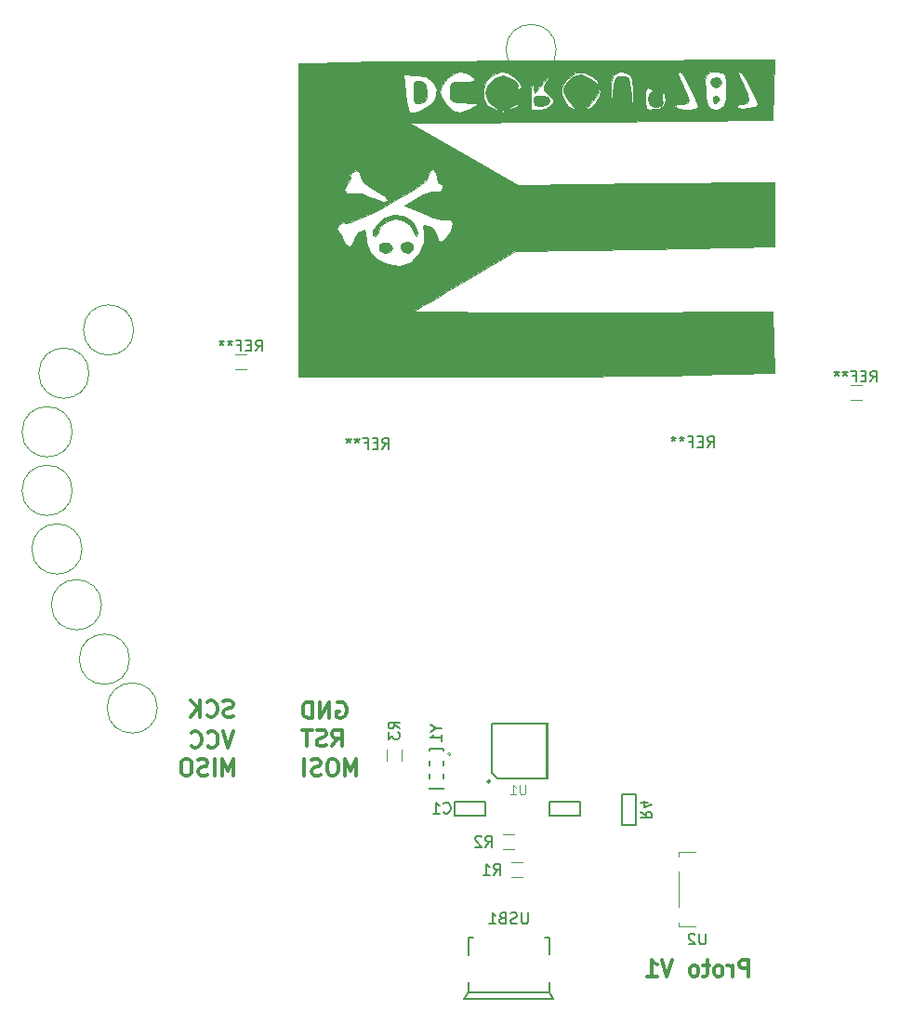
<source format=gbr>
G04 #@! TF.GenerationSoftware,KiCad,Pcbnew,(5.0.2)-1*
G04 #@! TF.CreationDate,2019-02-25T22:43:21-04:00*
G04 #@! TF.ProjectId,MegaBadge,4d656761-4261-4646-9765-2e6b69636164,rev?*
G04 #@! TF.SameCoordinates,Original*
G04 #@! TF.FileFunction,Legend,Bot*
G04 #@! TF.FilePolarity,Positive*
%FSLAX46Y46*%
G04 Gerber Fmt 4.6, Leading zero omitted, Abs format (unit mm)*
G04 Created by KiCad (PCBNEW (5.0.2)-1) date 2/25/2019 10:43:21 PM*
%MOMM*%
%LPD*%
G01*
G04 APERTURE LIST*
%ADD10C,0.300000*%
%ADD11C,0.120000*%
%ADD12C,0.127000*%
%ADD13C,0.066040*%
%ADD14C,0.063500*%
%ADD15C,0.203200*%
%ADD16C,0.010000*%
%ADD17C,0.150000*%
%ADD18C,0.101600*%
G04 APERTURE END LIST*
D10*
X230123428Y-123233571D02*
X230123428Y-121733571D01*
X229552000Y-121733571D01*
X229409142Y-121805000D01*
X229337714Y-121876428D01*
X229266285Y-122019285D01*
X229266285Y-122233571D01*
X229337714Y-122376428D01*
X229409142Y-122447857D01*
X229552000Y-122519285D01*
X230123428Y-122519285D01*
X228623428Y-123233571D02*
X228623428Y-122233571D01*
X228623428Y-122519285D02*
X228552000Y-122376428D01*
X228480571Y-122305000D01*
X228337714Y-122233571D01*
X228194857Y-122233571D01*
X227480571Y-123233571D02*
X227623428Y-123162142D01*
X227694857Y-123090714D01*
X227766285Y-122947857D01*
X227766285Y-122519285D01*
X227694857Y-122376428D01*
X227623428Y-122305000D01*
X227480571Y-122233571D01*
X227266285Y-122233571D01*
X227123428Y-122305000D01*
X227052000Y-122376428D01*
X226980571Y-122519285D01*
X226980571Y-122947857D01*
X227052000Y-123090714D01*
X227123428Y-123162142D01*
X227266285Y-123233571D01*
X227480571Y-123233571D01*
X226552000Y-122233571D02*
X225980571Y-122233571D01*
X226337714Y-121733571D02*
X226337714Y-123019285D01*
X226266285Y-123162142D01*
X226123428Y-123233571D01*
X225980571Y-123233571D01*
X225266285Y-123233571D02*
X225409142Y-123162142D01*
X225480571Y-123090714D01*
X225552000Y-122947857D01*
X225552000Y-122519285D01*
X225480571Y-122376428D01*
X225409142Y-122305000D01*
X225266285Y-122233571D01*
X225052000Y-122233571D01*
X224909142Y-122305000D01*
X224837714Y-122376428D01*
X224766285Y-122519285D01*
X224766285Y-122947857D01*
X224837714Y-123090714D01*
X224909142Y-123162142D01*
X225052000Y-123233571D01*
X225266285Y-123233571D01*
X223194857Y-121733571D02*
X222694857Y-123233571D01*
X222194857Y-121733571D01*
X220909142Y-123233571D02*
X221766285Y-123233571D01*
X221337714Y-123233571D02*
X221337714Y-121733571D01*
X221480571Y-121947857D01*
X221623428Y-122090714D01*
X221766285Y-122162142D01*
X183229000Y-100905571D02*
X182729000Y-102405571D01*
X182229000Y-100905571D01*
X180871857Y-102262714D02*
X180943285Y-102334142D01*
X181157571Y-102405571D01*
X181300428Y-102405571D01*
X181514714Y-102334142D01*
X181657571Y-102191285D01*
X181729000Y-102048428D01*
X181800428Y-101762714D01*
X181800428Y-101548428D01*
X181729000Y-101262714D01*
X181657571Y-101119857D01*
X181514714Y-100977000D01*
X181300428Y-100905571D01*
X181157571Y-100905571D01*
X180943285Y-100977000D01*
X180871857Y-101048428D01*
X179371857Y-102262714D02*
X179443285Y-102334142D01*
X179657571Y-102405571D01*
X179800428Y-102405571D01*
X180014714Y-102334142D01*
X180157571Y-102191285D01*
X180229000Y-102048428D01*
X180300428Y-101762714D01*
X180300428Y-101548428D01*
X180229000Y-101262714D01*
X180157571Y-101119857D01*
X180014714Y-100977000D01*
X179800428Y-100905571D01*
X179657571Y-100905571D01*
X179443285Y-100977000D01*
X179371857Y-101048428D01*
X183205142Y-104945571D02*
X183205142Y-103445571D01*
X182705142Y-104517000D01*
X182205142Y-103445571D01*
X182205142Y-104945571D01*
X181490857Y-104945571D02*
X181490857Y-103445571D01*
X180848000Y-104874142D02*
X180633714Y-104945571D01*
X180276571Y-104945571D01*
X180133714Y-104874142D01*
X180062285Y-104802714D01*
X179990857Y-104659857D01*
X179990857Y-104517000D01*
X180062285Y-104374142D01*
X180133714Y-104302714D01*
X180276571Y-104231285D01*
X180562285Y-104159857D01*
X180705142Y-104088428D01*
X180776571Y-104017000D01*
X180848000Y-103874142D01*
X180848000Y-103731285D01*
X180776571Y-103588428D01*
X180705142Y-103517000D01*
X180562285Y-103445571D01*
X180205142Y-103445571D01*
X179990857Y-103517000D01*
X179062285Y-103445571D02*
X178776571Y-103445571D01*
X178633714Y-103517000D01*
X178490857Y-103659857D01*
X178419428Y-103945571D01*
X178419428Y-104445571D01*
X178490857Y-104731285D01*
X178633714Y-104874142D01*
X178776571Y-104945571D01*
X179062285Y-104945571D01*
X179205142Y-104874142D01*
X179348000Y-104731285D01*
X179419428Y-104445571D01*
X179419428Y-103945571D01*
X179348000Y-103659857D01*
X179205142Y-103517000D01*
X179062285Y-103445571D01*
X194381142Y-104945571D02*
X194381142Y-103445571D01*
X193881142Y-104517000D01*
X193381142Y-103445571D01*
X193381142Y-104945571D01*
X192381142Y-103445571D02*
X192095428Y-103445571D01*
X191952571Y-103517000D01*
X191809714Y-103659857D01*
X191738285Y-103945571D01*
X191738285Y-104445571D01*
X191809714Y-104731285D01*
X191952571Y-104874142D01*
X192095428Y-104945571D01*
X192381142Y-104945571D01*
X192524000Y-104874142D01*
X192666857Y-104731285D01*
X192738285Y-104445571D01*
X192738285Y-103945571D01*
X192666857Y-103659857D01*
X192524000Y-103517000D01*
X192381142Y-103445571D01*
X191166857Y-104874142D02*
X190952571Y-104945571D01*
X190595428Y-104945571D01*
X190452571Y-104874142D01*
X190381142Y-104802714D01*
X190309714Y-104659857D01*
X190309714Y-104517000D01*
X190381142Y-104374142D01*
X190452571Y-104302714D01*
X190595428Y-104231285D01*
X190881142Y-104159857D01*
X191024000Y-104088428D01*
X191095428Y-104017000D01*
X191166857Y-103874142D01*
X191166857Y-103731285D01*
X191095428Y-103588428D01*
X191024000Y-103517000D01*
X190881142Y-103445571D01*
X190524000Y-103445571D01*
X190309714Y-103517000D01*
X189666857Y-104945571D02*
X189666857Y-103445571D01*
X192210428Y-102278571D02*
X192710428Y-101564285D01*
X193067571Y-102278571D02*
X193067571Y-100778571D01*
X192496142Y-100778571D01*
X192353285Y-100850000D01*
X192281857Y-100921428D01*
X192210428Y-101064285D01*
X192210428Y-101278571D01*
X192281857Y-101421428D01*
X192353285Y-101492857D01*
X192496142Y-101564285D01*
X193067571Y-101564285D01*
X191639000Y-102207142D02*
X191424714Y-102278571D01*
X191067571Y-102278571D01*
X190924714Y-102207142D01*
X190853285Y-102135714D01*
X190781857Y-101992857D01*
X190781857Y-101850000D01*
X190853285Y-101707142D01*
X190924714Y-101635714D01*
X191067571Y-101564285D01*
X191353285Y-101492857D01*
X191496142Y-101421428D01*
X191567571Y-101350000D01*
X191639000Y-101207142D01*
X191639000Y-101064285D01*
X191567571Y-100921428D01*
X191496142Y-100850000D01*
X191353285Y-100778571D01*
X190996142Y-100778571D01*
X190781857Y-100850000D01*
X190353285Y-100778571D02*
X189496142Y-100778571D01*
X189924714Y-102278571D02*
X189924714Y-100778571D01*
X192658857Y-98310000D02*
X192801714Y-98238571D01*
X193016000Y-98238571D01*
X193230285Y-98310000D01*
X193373142Y-98452857D01*
X193444571Y-98595714D01*
X193516000Y-98881428D01*
X193516000Y-99095714D01*
X193444571Y-99381428D01*
X193373142Y-99524285D01*
X193230285Y-99667142D01*
X193016000Y-99738571D01*
X192873142Y-99738571D01*
X192658857Y-99667142D01*
X192587428Y-99595714D01*
X192587428Y-99095714D01*
X192873142Y-99095714D01*
X191944571Y-99738571D02*
X191944571Y-98238571D01*
X191087428Y-99738571D01*
X191087428Y-98238571D01*
X190373142Y-99738571D02*
X190373142Y-98238571D01*
X190016000Y-98238571D01*
X189801714Y-98310000D01*
X189658857Y-98452857D01*
X189587428Y-98595714D01*
X189516000Y-98881428D01*
X189516000Y-99095714D01*
X189587428Y-99381428D01*
X189658857Y-99524285D01*
X189801714Y-99667142D01*
X190016000Y-99738571D01*
X190373142Y-99738571D01*
X183157571Y-99540142D02*
X182943285Y-99611571D01*
X182586142Y-99611571D01*
X182443285Y-99540142D01*
X182371857Y-99468714D01*
X182300428Y-99325857D01*
X182300428Y-99183000D01*
X182371857Y-99040142D01*
X182443285Y-98968714D01*
X182586142Y-98897285D01*
X182871857Y-98825857D01*
X183014714Y-98754428D01*
X183086142Y-98683000D01*
X183157571Y-98540142D01*
X183157571Y-98397285D01*
X183086142Y-98254428D01*
X183014714Y-98183000D01*
X182871857Y-98111571D01*
X182514714Y-98111571D01*
X182300428Y-98183000D01*
X180800428Y-99468714D02*
X180871857Y-99540142D01*
X181086142Y-99611571D01*
X181229000Y-99611571D01*
X181443285Y-99540142D01*
X181586142Y-99397285D01*
X181657571Y-99254428D01*
X181729000Y-98968714D01*
X181729000Y-98754428D01*
X181657571Y-98468714D01*
X181586142Y-98325857D01*
X181443285Y-98183000D01*
X181229000Y-98111571D01*
X181086142Y-98111571D01*
X180871857Y-98183000D01*
X180800428Y-98254428D01*
X180157571Y-99611571D02*
X180157571Y-98111571D01*
X179300428Y-99611571D02*
X179943285Y-98754428D01*
X179300428Y-98111571D02*
X180157571Y-98968714D01*
D11*
G04 #@! TO.C,REF\002A\002A*
X184396000Y-66630000D02*
X183396000Y-66630000D01*
X183396000Y-67990000D02*
X184396000Y-67990000D01*
X176276000Y-98806000D02*
G75*
G03X176276000Y-98806000I-2286000J0D01*
G01*
X173736000Y-94361000D02*
G75*
G03X173736000Y-94361000I-2286000J0D01*
G01*
X171196000Y-89408000D02*
G75*
G03X171196000Y-89408000I-2286000J0D01*
G01*
X169418000Y-84328000D02*
G75*
G03X169418000Y-84328000I-2286000J0D01*
G01*
X168529000Y-78994000D02*
G75*
G03X168529000Y-78994000I-2286000J0D01*
G01*
X168529000Y-73660000D02*
G75*
G03X168529000Y-73660000I-2286000J0D01*
G01*
X170053000Y-68326000D02*
G75*
G03X170053000Y-68326000I-2286000J0D01*
G01*
X212598000Y-38862000D02*
G75*
G03X212598000Y-38862000I-2286000J0D01*
G01*
X174117000Y-64389000D02*
G75*
G03X174117000Y-64389000I-2286000J0D01*
G01*
D12*
G04 #@! TO.C,1uf1*
X211963000Y-108585000D02*
X214757000Y-108585000D01*
X214757000Y-108585000D02*
X214757000Y-107315000D01*
X214757000Y-107315000D02*
X211963000Y-107315000D01*
X211963000Y-107315000D02*
X211963000Y-108585000D01*
G04 #@! TO.C,C1*
X206121000Y-107315000D02*
X203327000Y-107315000D01*
X203327000Y-107315000D02*
X203327000Y-108585000D01*
X203327000Y-108585000D02*
X206121000Y-108585000D01*
X206121000Y-108585000D02*
X206121000Y-107315000D01*
D11*
G04 #@! TO.C,R1*
X208554000Y-114218000D02*
X209554000Y-114218000D01*
X209554000Y-112858000D02*
X208554000Y-112858000D01*
G04 #@! TO.C,R2*
X208780000Y-110318000D02*
X207780000Y-110318000D01*
X207780000Y-111678000D02*
X208780000Y-111678000D01*
G04 #@! TO.C,R3*
X197186000Y-102636000D02*
X197186000Y-103636000D01*
X198546000Y-103636000D02*
X198546000Y-102636000D01*
D12*
G04 #@! TO.C,U1*
X211736488Y-100217518D02*
X206737768Y-100217518D01*
X211736488Y-105216238D02*
X211736488Y-100217518D01*
X207245768Y-105216238D02*
X211736488Y-105216238D01*
X206737768Y-104708238D02*
X207245768Y-105216238D01*
X206737768Y-100217518D02*
X206737768Y-104708238D01*
D13*
X211777128Y-100176878D02*
X211777128Y-105256878D01*
X206697128Y-100176878D02*
X211777128Y-100176878D01*
D12*
X206591664Y-105486878D02*
G75*
G03X206591664Y-105486878I-134536J0D01*
G01*
G04 #@! TO.C,USB1*
X204581760Y-124686580D02*
X204231240Y-125286020D01*
X204231240Y-125286020D02*
X212328760Y-125286020D01*
X212328760Y-125286020D02*
X211978240Y-124686580D01*
X211978240Y-124686580D02*
X204581760Y-124686580D01*
X211579460Y-119687860D02*
X211978240Y-119687860D01*
X211978240Y-119687860D02*
X211978240Y-121239800D01*
X205082140Y-119687860D02*
X204581760Y-119687860D01*
X204581760Y-119687860D02*
X204581760Y-121338860D01*
X211978240Y-123736620D02*
X211978240Y-124635780D01*
X204581760Y-123736620D02*
X204581760Y-124635780D01*
D14*
G04 #@! TO.C,Y1*
X203014972Y-102994460D02*
G75*
G03X203014972Y-102994460I-140092J0D01*
G01*
D12*
X202323700Y-104792780D02*
X202323700Y-105191560D01*
X202323700Y-103596440D02*
X202323700Y-103995220D01*
X201028300Y-104792780D02*
X201028300Y-105191560D01*
X201028300Y-103596440D02*
X201028300Y-103995220D01*
D15*
X201028300Y-102544880D02*
X201028300Y-102694740D01*
X202323700Y-102544880D02*
X201028300Y-102544880D01*
X202323700Y-102694740D02*
X202323700Y-102544880D01*
X202323700Y-106192320D02*
X202323700Y-106093260D01*
X201028300Y-106192320D02*
X202323700Y-106192320D01*
X201028300Y-106093260D02*
X201028300Y-106192320D01*
D11*
G04 #@! TO.C,U2*
X223754000Y-111916000D02*
X223754000Y-112316000D01*
X225254000Y-111916000D02*
X223754000Y-111916000D01*
X223754000Y-113716000D02*
X223754000Y-116916000D01*
X223754000Y-118716000D02*
X225254000Y-118716000D01*
X223754000Y-118366000D02*
X223754000Y-118716000D01*
D16*
G04 #@! TO.C,G\002A\002A\002A*
G36*
X199532915Y-57025154D02*
X199538733Y-56626520D01*
X199200703Y-56379667D01*
X199071568Y-56367947D01*
X198577480Y-56464799D01*
X198420789Y-56581239D01*
X198411776Y-56990022D01*
X198727221Y-57313710D01*
X199162489Y-57351088D01*
X199532915Y-57025154D01*
X199532915Y-57025154D01*
G37*
X199532915Y-57025154D02*
X199538733Y-56626520D01*
X199200703Y-56379667D01*
X199071568Y-56367947D01*
X198577480Y-56464799D01*
X198420789Y-56581239D01*
X198411776Y-56990022D01*
X198727221Y-57313710D01*
X199162489Y-57351088D01*
X199532915Y-57025154D01*
G36*
X197448306Y-57267620D02*
X197667901Y-56964019D01*
X197652183Y-56835701D01*
X197321143Y-56492143D01*
X196833613Y-56432128D01*
X196510540Y-56643808D01*
X196498697Y-57076795D01*
X196601324Y-57228851D01*
X197014012Y-57385366D01*
X197448306Y-57267620D01*
X197448306Y-57267620D01*
G37*
X197448306Y-57267620D02*
X197667901Y-56964019D01*
X197652183Y-56835701D01*
X197321143Y-56492143D01*
X196833613Y-56432128D01*
X196510540Y-56643808D01*
X196498697Y-57076795D01*
X196601324Y-57228851D01*
X197014012Y-57385366D01*
X197448306Y-57267620D01*
G36*
X199990440Y-55645407D02*
X199862703Y-55185699D01*
X199518905Y-54609643D01*
X199374763Y-54429526D01*
X198707670Y-54020782D01*
X197843293Y-53948887D01*
X196985922Y-54197584D01*
X196401511Y-54666109D01*
X195938492Y-55366407D01*
X195894658Y-55753310D01*
X196114736Y-55833210D01*
X196358864Y-55619831D01*
X196382105Y-55473596D01*
X196614484Y-54937569D01*
X197181490Y-54476392D01*
X197887929Y-54237242D01*
X198032771Y-54229000D01*
X198706983Y-54419119D01*
X199291802Y-54877397D01*
X199584379Y-55435714D01*
X199590526Y-55520053D01*
X199763528Y-55815365D01*
X199849503Y-55833210D01*
X199990440Y-55645407D01*
X199990440Y-55645407D01*
G37*
X199990440Y-55645407D02*
X199862703Y-55185699D01*
X199518905Y-54609643D01*
X199374763Y-54429526D01*
X198707670Y-54020782D01*
X197843293Y-53948887D01*
X196985922Y-54197584D01*
X196401511Y-54666109D01*
X195938492Y-55366407D01*
X195894658Y-55753310D01*
X196114736Y-55833210D01*
X196358864Y-55619831D01*
X196382105Y-55473596D01*
X196614484Y-54937569D01*
X197181490Y-54476392D01*
X197887929Y-54237242D01*
X198032771Y-54229000D01*
X198706983Y-54419119D01*
X199291802Y-54877397D01*
X199584379Y-55435714D01*
X199590526Y-55520053D01*
X199763528Y-55815365D01*
X199849503Y-55833210D01*
X199990440Y-55645407D01*
G36*
X211287894Y-44019917D02*
X211852879Y-43824380D01*
X212023158Y-43534263D01*
X211783855Y-43198555D01*
X211287894Y-43048609D01*
X210748383Y-43064119D01*
X210562376Y-43354134D01*
X210552631Y-43534263D01*
X210652669Y-43941186D01*
X211054198Y-44039249D01*
X211287894Y-44019917D01*
X211287894Y-44019917D01*
G37*
X211287894Y-44019917D02*
X211852879Y-43824380D01*
X212023158Y-43534263D01*
X211783855Y-43198555D01*
X211287894Y-43048609D01*
X210748383Y-43064119D01*
X210562376Y-43354134D01*
X210552631Y-43534263D01*
X210652669Y-43941186D01*
X211054198Y-44039249D01*
X211287894Y-44019917D01*
G36*
X200192105Y-43753385D02*
X200608314Y-43593043D01*
X200774166Y-43165693D01*
X200793684Y-42732158D01*
X200728607Y-42075478D01*
X200469024Y-41780620D01*
X200192105Y-41710930D01*
X199810174Y-41714468D01*
X199636237Y-41960241D01*
X199591090Y-42582699D01*
X199590526Y-42732158D01*
X199621935Y-43430296D01*
X199768965Y-43729391D01*
X200110816Y-43763892D01*
X200192105Y-43753385D01*
X200192105Y-43753385D01*
G37*
X200192105Y-43753385D02*
X200608314Y-43593043D01*
X200774166Y-43165693D01*
X200793684Y-42732158D01*
X200728607Y-42075478D01*
X200469024Y-41780620D01*
X200192105Y-41710930D01*
X199810174Y-41714468D01*
X199636237Y-41960241D01*
X199591090Y-42582699D01*
X199590526Y-42732158D01*
X199621935Y-43430296D01*
X199768965Y-43729391D01*
X200110816Y-43763892D01*
X200192105Y-43753385D01*
G36*
X227425761Y-43474359D02*
X227436947Y-43400579D01*
X227228795Y-43087080D01*
X227149526Y-43050772D01*
X226905729Y-43179836D01*
X226862105Y-43400579D01*
X226997768Y-43733338D01*
X227149526Y-43750386D01*
X227425761Y-43474359D01*
X227425761Y-43474359D01*
G37*
X227425761Y-43474359D02*
X227436947Y-43400579D01*
X227228795Y-43087080D01*
X227149526Y-43050772D01*
X226905729Y-43179836D01*
X226862105Y-43400579D01*
X226997768Y-43733338D01*
X227149526Y-43750386D01*
X227425761Y-43474359D01*
G36*
X227506994Y-42108838D02*
X227613311Y-41863210D01*
X227520304Y-41484227D01*
X227129473Y-41395316D01*
X226690651Y-41530636D01*
X226645636Y-41863210D01*
X226909274Y-42260975D01*
X227129473Y-42331105D01*
X227506994Y-42108838D01*
X227506994Y-42108838D01*
G37*
X227506994Y-42108838D02*
X227613311Y-41863210D01*
X227520304Y-41484227D01*
X227129473Y-41395316D01*
X226690651Y-41530636D01*
X226645636Y-41863210D01*
X226909274Y-42260975D01*
X227129473Y-42331105D01*
X227506994Y-42108838D01*
G36*
X206171447Y-68663172D02*
X209291839Y-68652510D01*
X212424589Y-68635670D01*
X215476606Y-68613412D01*
X218354799Y-68586496D01*
X220966079Y-68555682D01*
X223217355Y-68521730D01*
X224821950Y-68489971D01*
X232494056Y-68313048D01*
X232418607Y-65532462D01*
X232343158Y-62751877D01*
X215914512Y-62776101D01*
X213009433Y-62778754D01*
X210272088Y-62778089D01*
X207747704Y-62774325D01*
X205481502Y-62767683D01*
X203518709Y-62758382D01*
X201904546Y-62746642D01*
X200684239Y-62732683D01*
X199903012Y-62716724D01*
X199606088Y-62698986D01*
X199605038Y-62696839D01*
X199861965Y-62535860D01*
X200508669Y-62147523D01*
X201473353Y-61574453D01*
X202684219Y-60859278D01*
X204069471Y-60044626D01*
X204302805Y-59907717D01*
X208881401Y-57222080D01*
X220679121Y-57024847D01*
X232476842Y-56827613D01*
X232476842Y-50952481D01*
X220779473Y-51070470D01*
X209082105Y-51188459D01*
X204135789Y-48363993D01*
X199189473Y-45539526D01*
X215766315Y-45405842D01*
X232343158Y-45272158D01*
X232419353Y-42531631D01*
X232495548Y-39791105D01*
X215976195Y-39851823D01*
X212868131Y-39864257D01*
X209775253Y-39878532D01*
X206764076Y-39894219D01*
X203901114Y-39910891D01*
X201252880Y-39928120D01*
X198885891Y-39945477D01*
X196866659Y-39962535D01*
X195261700Y-39978865D01*
X194310000Y-39991281D01*
X189163158Y-40070020D01*
X189163158Y-41093302D01*
X198708623Y-41093302D01*
X199876323Y-41177467D01*
X200690641Y-41304079D01*
X201180980Y-41604796D01*
X201453590Y-41996894D01*
X201712491Y-42580660D01*
X201695236Y-42732158D01*
X201996842Y-42732158D01*
X202197245Y-42135320D01*
X202682668Y-41501195D01*
X203279426Y-41016244D01*
X203740161Y-40860579D01*
X204327446Y-40983502D01*
X204688103Y-41137354D01*
X205144014Y-41472933D01*
X205085652Y-41702804D01*
X204525518Y-41813196D01*
X204068947Y-41819444D01*
X203356716Y-41827797D01*
X203029362Y-41971752D01*
X202937243Y-42371503D01*
X202934625Y-42576257D01*
X205931882Y-42576257D01*
X206142006Y-41831146D01*
X206632289Y-41264691D01*
X206872427Y-41137717D01*
X207602659Y-40912642D01*
X208153155Y-40997434D01*
X208778679Y-41414721D01*
X209313250Y-41930456D01*
X209475165Y-42306964D01*
X209232256Y-42464079D01*
X209200010Y-42464789D01*
X209036789Y-42302649D01*
X209074845Y-42209167D01*
X208991848Y-41901452D01*
X208570701Y-41519703D01*
X208568979Y-41518573D01*
X207734056Y-41231297D01*
X206956851Y-41462638D01*
X206382295Y-42066086D01*
X206154796Y-42825807D01*
X206431575Y-43554906D01*
X207013278Y-44067397D01*
X207225774Y-44217851D01*
X208232173Y-44217851D01*
X208413684Y-44069000D01*
X208901101Y-43842756D01*
X209082105Y-43809820D01*
X209129931Y-43920148D01*
X208948421Y-44069000D01*
X208461003Y-44295243D01*
X208280000Y-44328180D01*
X208232173Y-44217851D01*
X207225774Y-44217851D01*
X207316200Y-44281875D01*
X207131410Y-44302185D01*
X206945193Y-44276104D01*
X206337203Y-43959478D01*
X205998190Y-43339282D01*
X205931882Y-42576257D01*
X202934625Y-42576257D01*
X202932631Y-42732158D01*
X202966825Y-43332584D01*
X203172162Y-43605466D01*
X203702777Y-43690604D01*
X204002105Y-43702185D01*
X204750633Y-43733999D01*
X205271246Y-43770149D01*
X205338947Y-43778501D01*
X205376520Y-43899271D01*
X205071478Y-44123631D01*
X204582191Y-44368205D01*
X204292977Y-44470052D01*
X207611579Y-44470052D01*
X207745263Y-44336368D01*
X210285263Y-44336368D01*
X210328052Y-42665316D01*
X210363198Y-41918020D01*
X210414613Y-41636532D01*
X210475714Y-41853902D01*
X210481172Y-41896672D01*
X210591503Y-42799081D01*
X211387893Y-41896672D01*
X211832498Y-41407415D01*
X211964672Y-41314409D01*
X211814517Y-41603280D01*
X211739151Y-41728928D01*
X211460642Y-42259119D01*
X211469086Y-42314069D01*
X213061323Y-42314069D01*
X213409412Y-41732780D01*
X213589607Y-41542455D01*
X214369628Y-40978855D01*
X215130003Y-40925340D01*
X215840508Y-41276792D01*
X216281503Y-41669289D01*
X216434736Y-41945213D01*
X216278505Y-41966703D01*
X215902574Y-41665256D01*
X215900000Y-41662684D01*
X215317956Y-41262103D01*
X214830526Y-41127947D01*
X214213635Y-41332030D01*
X213623003Y-41819306D01*
X213261451Y-42402320D01*
X213226315Y-42610627D01*
X213403884Y-43070125D01*
X213836039Y-43632519D01*
X213882583Y-43680100D01*
X214285323Y-44158623D01*
X214285962Y-44334961D01*
X213913195Y-44160339D01*
X213693104Y-44002158D01*
X213299622Y-43494602D01*
X213081657Y-42946139D01*
X213061323Y-42314069D01*
X211469086Y-42314069D01*
X211511812Y-42592084D01*
X211917286Y-42968284D01*
X212325961Y-43371595D01*
X212331411Y-43692730D01*
X212182274Y-43904671D01*
X211662057Y-44224785D01*
X211054630Y-44336368D01*
X215326314Y-44336368D01*
X215353852Y-44175227D01*
X215683043Y-43777799D01*
X215778469Y-43680100D01*
X216222289Y-43162211D01*
X216432187Y-42771517D01*
X216434736Y-42744311D01*
X216547473Y-42474195D01*
X216586438Y-42464789D01*
X216638517Y-42680485D01*
X216575878Y-42986158D01*
X217549157Y-42986158D01*
X217604086Y-41849806D01*
X217868897Y-41163752D01*
X218368352Y-40876621D01*
X218573684Y-40860579D01*
X219135084Y-41038957D01*
X219322315Y-41181421D01*
X219503835Y-41635377D01*
X219595697Y-42446207D01*
X219598211Y-42986158D01*
X219588941Y-43292226D01*
X220712631Y-43292226D01*
X220747639Y-42612039D01*
X220890224Y-42352080D01*
X221167007Y-42388564D01*
X221422160Y-42571358D01*
X221300692Y-42669822D01*
X221053539Y-42987777D01*
X220980000Y-43422859D01*
X221089269Y-43908702D01*
X221520365Y-44064722D01*
X221679590Y-44069000D01*
X222179523Y-43995272D01*
X222290435Y-43667011D01*
X222251403Y-43400579D01*
X222238920Y-42904030D01*
X222371677Y-42732158D01*
X222524517Y-42959794D01*
X222535127Y-43467421D01*
X222380298Y-43996500D01*
X222251582Y-44069000D01*
X223386315Y-44069000D01*
X223615124Y-43868012D01*
X224054736Y-43801631D01*
X224525432Y-43737537D01*
X224686452Y-43484299D01*
X224545417Y-42950486D01*
X224188421Y-42197421D01*
X223815032Y-41433758D01*
X223676549Y-41029279D01*
X223746972Y-40876399D01*
X223865355Y-40860579D01*
X224084816Y-41081609D01*
X224426916Y-41630087D01*
X226124629Y-41630087D01*
X226263259Y-41106636D01*
X226648868Y-40904903D01*
X227221408Y-40912352D01*
X227722171Y-40992431D01*
X227975577Y-41203416D01*
X228072080Y-41692043D01*
X228095949Y-42331105D01*
X228037723Y-43420235D01*
X227781526Y-44063728D01*
X227774828Y-44067322D01*
X229001052Y-44067322D01*
X229222914Y-43845265D01*
X229491228Y-43801631D01*
X229975720Y-43729516D01*
X230140503Y-43455398D01*
X229994139Y-42892619D01*
X229652972Y-42164857D01*
X229336502Y-41454397D01*
X229208909Y-40980677D01*
X229260068Y-40860579D01*
X229507116Y-41081772D01*
X229896048Y-41661362D01*
X230337894Y-42464789D01*
X230753512Y-43319884D01*
X230931842Y-43808135D01*
X230893977Y-44030870D01*
X230675954Y-44088868D01*
X230020155Y-44154758D01*
X229602631Y-44220875D01*
X229138741Y-44210340D01*
X229001052Y-44067322D01*
X227774828Y-44067322D01*
X227296853Y-44323788D01*
X227112515Y-44336368D01*
X226681894Y-44248857D01*
X226412687Y-43913124D01*
X226246147Y-43219369D01*
X226170008Y-42574827D01*
X226124629Y-41630087D01*
X224426916Y-41630087D01*
X224443512Y-41656694D01*
X224801144Y-42337028D01*
X225184361Y-43158274D01*
X225446854Y-43797077D01*
X225525263Y-44074923D01*
X225288052Y-44238645D01*
X224695474Y-44329704D01*
X224455789Y-44336368D01*
X223786082Y-44277069D01*
X223413586Y-44128933D01*
X223386315Y-44069000D01*
X222251582Y-44069000D01*
X221965040Y-44230396D01*
X221581579Y-44286466D01*
X221027093Y-44308486D01*
X220779332Y-44135910D01*
X220714802Y-43627434D01*
X220712631Y-43292226D01*
X219588941Y-43292226D01*
X219553264Y-44470052D01*
X219397684Y-42865842D01*
X219293593Y-41975455D01*
X219159136Y-41494283D01*
X218930378Y-41297858D01*
X218573684Y-41261631D01*
X218198560Y-41304206D01*
X217977638Y-41514909D01*
X217846983Y-42018207D01*
X217749683Y-42865842D01*
X217594104Y-44470052D01*
X217549157Y-42986158D01*
X216575878Y-42986158D01*
X216559440Y-43066368D01*
X216228622Y-43687904D01*
X215733890Y-44175108D01*
X215326314Y-44336368D01*
X211054630Y-44336368D01*
X210285263Y-44336368D01*
X207745263Y-44336368D01*
X207878947Y-44470052D01*
X207745263Y-44603737D01*
X207611579Y-44470052D01*
X204292977Y-44470052D01*
X204067030Y-44549619D01*
X203789425Y-44594262D01*
X203205089Y-44387505D01*
X202595128Y-43869417D01*
X202136313Y-43223620D01*
X201996842Y-42732158D01*
X201695236Y-42732158D01*
X201658343Y-43056064D01*
X201456580Y-43458998D01*
X201035324Y-43920119D01*
X200408588Y-44324725D01*
X199760363Y-44584007D01*
X199274636Y-44609154D01*
X199185524Y-44555226D01*
X199092702Y-44241595D01*
X198979086Y-43552871D01*
X198882829Y-42760020D01*
X198708623Y-41093302D01*
X189163158Y-41093302D01*
X189163158Y-51628103D01*
X193275565Y-51628103D01*
X193504846Y-51104195D01*
X193589983Y-51003731D01*
X193865581Y-50626461D01*
X193850806Y-50485842D01*
X193819042Y-50321881D01*
X193973346Y-50087733D01*
X194389175Y-49820418D01*
X194691480Y-50032000D01*
X194777894Y-50497117D01*
X195014122Y-50961757D01*
X195740479Y-51486868D01*
X196147237Y-51705469D01*
X196975910Y-52188480D01*
X197289570Y-52537211D01*
X197248522Y-52667425D01*
X196809074Y-52733677D01*
X195990691Y-52428871D01*
X195848238Y-52357864D01*
X194908991Y-51992985D01*
X194164731Y-51922070D01*
X194094918Y-51936130D01*
X193490873Y-51939793D01*
X193275565Y-51628103D01*
X189163158Y-51628103D01*
X189163158Y-55182054D01*
X192632874Y-55182054D01*
X192791559Y-54814001D01*
X193183472Y-54608942D01*
X193451786Y-54633459D01*
X193886465Y-54573852D01*
X194654325Y-54283460D01*
X195654923Y-53818318D01*
X196787821Y-53234458D01*
X197952577Y-52587912D01*
X199048752Y-51934715D01*
X199975903Y-51330899D01*
X200633592Y-50832497D01*
X200921377Y-50495541D01*
X200926437Y-50463561D01*
X201023463Y-49986951D01*
X201098345Y-49869251D01*
X201419971Y-49799414D01*
X201669440Y-50126412D01*
X201729473Y-50501621D01*
X201844481Y-50927445D01*
X201996842Y-51020579D01*
X202229040Y-51239189D01*
X202264210Y-51452815D01*
X202091610Y-51767706D01*
X201758663Y-51752847D01*
X201249884Y-51806007D01*
X200503850Y-52086958D01*
X200030363Y-52334769D01*
X198807611Y-53048895D01*
X200490043Y-53781841D01*
X201399182Y-54130323D01*
X202156354Y-54335535D01*
X202592350Y-54353666D01*
X203044899Y-54332403D01*
X203180741Y-54693081D01*
X202983684Y-55375337D01*
X202908757Y-55533367D01*
X202497425Y-56119418D01*
X202090462Y-56351409D01*
X201801218Y-56199613D01*
X201729473Y-55842617D01*
X201514108Y-55301419D01*
X201212314Y-55040512D01*
X200674875Y-54800626D01*
X200486592Y-54925675D01*
X200550885Y-55487847D01*
X200559015Y-55528812D01*
X200519773Y-56422797D01*
X200155281Y-57350275D01*
X199573802Y-58071603D01*
X199337967Y-58231600D01*
X198311187Y-58532379D01*
X197268745Y-58432778D01*
X196338127Y-57997638D01*
X195646820Y-57291801D01*
X195322307Y-56380108D01*
X195312631Y-56184241D01*
X195259636Y-55586971D01*
X195130229Y-55305811D01*
X195112105Y-55302568D01*
X194566025Y-55551245D01*
X194222017Y-56151597D01*
X194203584Y-56234263D01*
X193955258Y-56669573D01*
X193708421Y-56769000D01*
X193345198Y-56543886D01*
X193213258Y-56234263D01*
X193004979Y-55710561D01*
X192836425Y-55525984D01*
X192632874Y-55182054D01*
X189163158Y-55182054D01*
X189163158Y-68666894D01*
X203156501Y-68666894D01*
X206171447Y-68663172D01*
X206171447Y-68663172D01*
G37*
X206171447Y-68663172D02*
X209291839Y-68652510D01*
X212424589Y-68635670D01*
X215476606Y-68613412D01*
X218354799Y-68586496D01*
X220966079Y-68555682D01*
X223217355Y-68521730D01*
X224821950Y-68489971D01*
X232494056Y-68313048D01*
X232418607Y-65532462D01*
X232343158Y-62751877D01*
X215914512Y-62776101D01*
X213009433Y-62778754D01*
X210272088Y-62778089D01*
X207747704Y-62774325D01*
X205481502Y-62767683D01*
X203518709Y-62758382D01*
X201904546Y-62746642D01*
X200684239Y-62732683D01*
X199903012Y-62716724D01*
X199606088Y-62698986D01*
X199605038Y-62696839D01*
X199861965Y-62535860D01*
X200508669Y-62147523D01*
X201473353Y-61574453D01*
X202684219Y-60859278D01*
X204069471Y-60044626D01*
X204302805Y-59907717D01*
X208881401Y-57222080D01*
X220679121Y-57024847D01*
X232476842Y-56827613D01*
X232476842Y-50952481D01*
X220779473Y-51070470D01*
X209082105Y-51188459D01*
X204135789Y-48363993D01*
X199189473Y-45539526D01*
X215766315Y-45405842D01*
X232343158Y-45272158D01*
X232419353Y-42531631D01*
X232495548Y-39791105D01*
X215976195Y-39851823D01*
X212868131Y-39864257D01*
X209775253Y-39878532D01*
X206764076Y-39894219D01*
X203901114Y-39910891D01*
X201252880Y-39928120D01*
X198885891Y-39945477D01*
X196866659Y-39962535D01*
X195261700Y-39978865D01*
X194310000Y-39991281D01*
X189163158Y-40070020D01*
X189163158Y-41093302D01*
X198708623Y-41093302D01*
X199876323Y-41177467D01*
X200690641Y-41304079D01*
X201180980Y-41604796D01*
X201453590Y-41996894D01*
X201712491Y-42580660D01*
X201695236Y-42732158D01*
X201996842Y-42732158D01*
X202197245Y-42135320D01*
X202682668Y-41501195D01*
X203279426Y-41016244D01*
X203740161Y-40860579D01*
X204327446Y-40983502D01*
X204688103Y-41137354D01*
X205144014Y-41472933D01*
X205085652Y-41702804D01*
X204525518Y-41813196D01*
X204068947Y-41819444D01*
X203356716Y-41827797D01*
X203029362Y-41971752D01*
X202937243Y-42371503D01*
X202934625Y-42576257D01*
X205931882Y-42576257D01*
X206142006Y-41831146D01*
X206632289Y-41264691D01*
X206872427Y-41137717D01*
X207602659Y-40912642D01*
X208153155Y-40997434D01*
X208778679Y-41414721D01*
X209313250Y-41930456D01*
X209475165Y-42306964D01*
X209232256Y-42464079D01*
X209200010Y-42464789D01*
X209036789Y-42302649D01*
X209074845Y-42209167D01*
X208991848Y-41901452D01*
X208570701Y-41519703D01*
X208568979Y-41518573D01*
X207734056Y-41231297D01*
X206956851Y-41462638D01*
X206382295Y-42066086D01*
X206154796Y-42825807D01*
X206431575Y-43554906D01*
X207013278Y-44067397D01*
X207225774Y-44217851D01*
X208232173Y-44217851D01*
X208413684Y-44069000D01*
X208901101Y-43842756D01*
X209082105Y-43809820D01*
X209129931Y-43920148D01*
X208948421Y-44069000D01*
X208461003Y-44295243D01*
X208280000Y-44328180D01*
X208232173Y-44217851D01*
X207225774Y-44217851D01*
X207316200Y-44281875D01*
X207131410Y-44302185D01*
X206945193Y-44276104D01*
X206337203Y-43959478D01*
X205998190Y-43339282D01*
X205931882Y-42576257D01*
X202934625Y-42576257D01*
X202932631Y-42732158D01*
X202966825Y-43332584D01*
X203172162Y-43605466D01*
X203702777Y-43690604D01*
X204002105Y-43702185D01*
X204750633Y-43733999D01*
X205271246Y-43770149D01*
X205338947Y-43778501D01*
X205376520Y-43899271D01*
X205071478Y-44123631D01*
X204582191Y-44368205D01*
X204292977Y-44470052D01*
X207611579Y-44470052D01*
X207745263Y-44336368D01*
X210285263Y-44336368D01*
X210328052Y-42665316D01*
X210363198Y-41918020D01*
X210414613Y-41636532D01*
X210475714Y-41853902D01*
X210481172Y-41896672D01*
X210591503Y-42799081D01*
X211387893Y-41896672D01*
X211832498Y-41407415D01*
X211964672Y-41314409D01*
X211814517Y-41603280D01*
X211739151Y-41728928D01*
X211460642Y-42259119D01*
X211469086Y-42314069D01*
X213061323Y-42314069D01*
X213409412Y-41732780D01*
X213589607Y-41542455D01*
X214369628Y-40978855D01*
X215130003Y-40925340D01*
X215840508Y-41276792D01*
X216281503Y-41669289D01*
X216434736Y-41945213D01*
X216278505Y-41966703D01*
X215902574Y-41665256D01*
X215900000Y-41662684D01*
X215317956Y-41262103D01*
X214830526Y-41127947D01*
X214213635Y-41332030D01*
X213623003Y-41819306D01*
X213261451Y-42402320D01*
X213226315Y-42610627D01*
X213403884Y-43070125D01*
X213836039Y-43632519D01*
X213882583Y-43680100D01*
X214285323Y-44158623D01*
X214285962Y-44334961D01*
X213913195Y-44160339D01*
X213693104Y-44002158D01*
X213299622Y-43494602D01*
X213081657Y-42946139D01*
X213061323Y-42314069D01*
X211469086Y-42314069D01*
X211511812Y-42592084D01*
X211917286Y-42968284D01*
X212325961Y-43371595D01*
X212331411Y-43692730D01*
X212182274Y-43904671D01*
X211662057Y-44224785D01*
X211054630Y-44336368D01*
X215326314Y-44336368D01*
X215353852Y-44175227D01*
X215683043Y-43777799D01*
X215778469Y-43680100D01*
X216222289Y-43162211D01*
X216432187Y-42771517D01*
X216434736Y-42744311D01*
X216547473Y-42474195D01*
X216586438Y-42464789D01*
X216638517Y-42680485D01*
X216575878Y-42986158D01*
X217549157Y-42986158D01*
X217604086Y-41849806D01*
X217868897Y-41163752D01*
X218368352Y-40876621D01*
X218573684Y-40860579D01*
X219135084Y-41038957D01*
X219322315Y-41181421D01*
X219503835Y-41635377D01*
X219595697Y-42446207D01*
X219598211Y-42986158D01*
X219588941Y-43292226D01*
X220712631Y-43292226D01*
X220747639Y-42612039D01*
X220890224Y-42352080D01*
X221167007Y-42388564D01*
X221422160Y-42571358D01*
X221300692Y-42669822D01*
X221053539Y-42987777D01*
X220980000Y-43422859D01*
X221089269Y-43908702D01*
X221520365Y-44064722D01*
X221679590Y-44069000D01*
X222179523Y-43995272D01*
X222290435Y-43667011D01*
X222251403Y-43400579D01*
X222238920Y-42904030D01*
X222371677Y-42732158D01*
X222524517Y-42959794D01*
X222535127Y-43467421D01*
X222380298Y-43996500D01*
X222251582Y-44069000D01*
X223386315Y-44069000D01*
X223615124Y-43868012D01*
X224054736Y-43801631D01*
X224525432Y-43737537D01*
X224686452Y-43484299D01*
X224545417Y-42950486D01*
X224188421Y-42197421D01*
X223815032Y-41433758D01*
X223676549Y-41029279D01*
X223746972Y-40876399D01*
X223865355Y-40860579D01*
X224084816Y-41081609D01*
X224426916Y-41630087D01*
X226124629Y-41630087D01*
X226263259Y-41106636D01*
X226648868Y-40904903D01*
X227221408Y-40912352D01*
X227722171Y-40992431D01*
X227975577Y-41203416D01*
X228072080Y-41692043D01*
X228095949Y-42331105D01*
X228037723Y-43420235D01*
X227781526Y-44063728D01*
X227774828Y-44067322D01*
X229001052Y-44067322D01*
X229222914Y-43845265D01*
X229491228Y-43801631D01*
X229975720Y-43729516D01*
X230140503Y-43455398D01*
X229994139Y-42892619D01*
X229652972Y-42164857D01*
X229336502Y-41454397D01*
X229208909Y-40980677D01*
X229260068Y-40860579D01*
X229507116Y-41081772D01*
X229896048Y-41661362D01*
X230337894Y-42464789D01*
X230753512Y-43319884D01*
X230931842Y-43808135D01*
X230893977Y-44030870D01*
X230675954Y-44088868D01*
X230020155Y-44154758D01*
X229602631Y-44220875D01*
X229138741Y-44210340D01*
X229001052Y-44067322D01*
X227774828Y-44067322D01*
X227296853Y-44323788D01*
X227112515Y-44336368D01*
X226681894Y-44248857D01*
X226412687Y-43913124D01*
X226246147Y-43219369D01*
X226170008Y-42574827D01*
X226124629Y-41630087D01*
X224426916Y-41630087D01*
X224443512Y-41656694D01*
X224801144Y-42337028D01*
X225184361Y-43158274D01*
X225446854Y-43797077D01*
X225525263Y-44074923D01*
X225288052Y-44238645D01*
X224695474Y-44329704D01*
X224455789Y-44336368D01*
X223786082Y-44277069D01*
X223413586Y-44128933D01*
X223386315Y-44069000D01*
X222251582Y-44069000D01*
X221965040Y-44230396D01*
X221581579Y-44286466D01*
X221027093Y-44308486D01*
X220779332Y-44135910D01*
X220714802Y-43627434D01*
X220712631Y-43292226D01*
X219588941Y-43292226D01*
X219553264Y-44470052D01*
X219397684Y-42865842D01*
X219293593Y-41975455D01*
X219159136Y-41494283D01*
X218930378Y-41297858D01*
X218573684Y-41261631D01*
X218198560Y-41304206D01*
X217977638Y-41514909D01*
X217846983Y-42018207D01*
X217749683Y-42865842D01*
X217594104Y-44470052D01*
X217549157Y-42986158D01*
X216575878Y-42986158D01*
X216559440Y-43066368D01*
X216228622Y-43687904D01*
X215733890Y-44175108D01*
X215326314Y-44336368D01*
X211054630Y-44336368D01*
X210285263Y-44336368D01*
X207745263Y-44336368D01*
X207878947Y-44470052D01*
X207745263Y-44603737D01*
X207611579Y-44470052D01*
X204292977Y-44470052D01*
X204067030Y-44549619D01*
X203789425Y-44594262D01*
X203205089Y-44387505D01*
X202595128Y-43869417D01*
X202136313Y-43223620D01*
X201996842Y-42732158D01*
X201695236Y-42732158D01*
X201658343Y-43056064D01*
X201456580Y-43458998D01*
X201035324Y-43920119D01*
X200408588Y-44324725D01*
X199760363Y-44584007D01*
X199274636Y-44609154D01*
X199185524Y-44555226D01*
X199092702Y-44241595D01*
X198979086Y-43552871D01*
X198882829Y-42760020D01*
X198708623Y-41093302D01*
X189163158Y-41093302D01*
X189163158Y-51628103D01*
X193275565Y-51628103D01*
X193504846Y-51104195D01*
X193589983Y-51003731D01*
X193865581Y-50626461D01*
X193850806Y-50485842D01*
X193819042Y-50321881D01*
X193973346Y-50087733D01*
X194389175Y-49820418D01*
X194691480Y-50032000D01*
X194777894Y-50497117D01*
X195014122Y-50961757D01*
X195740479Y-51486868D01*
X196147237Y-51705469D01*
X196975910Y-52188480D01*
X197289570Y-52537211D01*
X197248522Y-52667425D01*
X196809074Y-52733677D01*
X195990691Y-52428871D01*
X195848238Y-52357864D01*
X194908991Y-51992985D01*
X194164731Y-51922070D01*
X194094918Y-51936130D01*
X193490873Y-51939793D01*
X193275565Y-51628103D01*
X189163158Y-51628103D01*
X189163158Y-55182054D01*
X192632874Y-55182054D01*
X192791559Y-54814001D01*
X193183472Y-54608942D01*
X193451786Y-54633459D01*
X193886465Y-54573852D01*
X194654325Y-54283460D01*
X195654923Y-53818318D01*
X196787821Y-53234458D01*
X197952577Y-52587912D01*
X199048752Y-51934715D01*
X199975903Y-51330899D01*
X200633592Y-50832497D01*
X200921377Y-50495541D01*
X200926437Y-50463561D01*
X201023463Y-49986951D01*
X201098345Y-49869251D01*
X201419971Y-49799414D01*
X201669440Y-50126412D01*
X201729473Y-50501621D01*
X201844481Y-50927445D01*
X201996842Y-51020579D01*
X202229040Y-51239189D01*
X202264210Y-51452815D01*
X202091610Y-51767706D01*
X201758663Y-51752847D01*
X201249884Y-51806007D01*
X200503850Y-52086958D01*
X200030363Y-52334769D01*
X198807611Y-53048895D01*
X200490043Y-53781841D01*
X201399182Y-54130323D01*
X202156354Y-54335535D01*
X202592350Y-54353666D01*
X203044899Y-54332403D01*
X203180741Y-54693081D01*
X202983684Y-55375337D01*
X202908757Y-55533367D01*
X202497425Y-56119418D01*
X202090462Y-56351409D01*
X201801218Y-56199613D01*
X201729473Y-55842617D01*
X201514108Y-55301419D01*
X201212314Y-55040512D01*
X200674875Y-54800626D01*
X200486592Y-54925675D01*
X200550885Y-55487847D01*
X200559015Y-55528812D01*
X200519773Y-56422797D01*
X200155281Y-57350275D01*
X199573802Y-58071603D01*
X199337967Y-58231600D01*
X198311187Y-58532379D01*
X197268745Y-58432778D01*
X196338127Y-57997638D01*
X195646820Y-57291801D01*
X195322307Y-56380108D01*
X195312631Y-56184241D01*
X195259636Y-55586971D01*
X195130229Y-55305811D01*
X195112105Y-55302568D01*
X194566025Y-55551245D01*
X194222017Y-56151597D01*
X194203584Y-56234263D01*
X193955258Y-56669573D01*
X193708421Y-56769000D01*
X193345198Y-56543886D01*
X193213258Y-56234263D01*
X193004979Y-55710561D01*
X192836425Y-55525984D01*
X192632874Y-55182054D01*
X189163158Y-55182054D01*
X189163158Y-68666894D01*
X203156501Y-68666894D01*
X206171447Y-68663172D01*
D12*
G04 #@! TO.C,R4*
X219837000Y-109474000D02*
X219837000Y-106680000D01*
X219837000Y-106680000D02*
X218567000Y-106680000D01*
X218567000Y-106680000D02*
X218567000Y-109474000D01*
X218567000Y-109474000D02*
X219837000Y-109474000D01*
D11*
G04 #@! TO.C,REF\002A\002A*
X239403000Y-70784000D02*
X240403000Y-70784000D01*
X240403000Y-69424000D02*
X239403000Y-69424000D01*
D17*
X185229333Y-66312380D02*
X185562666Y-65836190D01*
X185800761Y-66312380D02*
X185800761Y-65312380D01*
X185419809Y-65312380D01*
X185324571Y-65360000D01*
X185276952Y-65407619D01*
X185229333Y-65502857D01*
X185229333Y-65645714D01*
X185276952Y-65740952D01*
X185324571Y-65788571D01*
X185419809Y-65836190D01*
X185800761Y-65836190D01*
X184800761Y-65788571D02*
X184467428Y-65788571D01*
X184324571Y-66312380D02*
X184800761Y-66312380D01*
X184800761Y-65312380D01*
X184324571Y-65312380D01*
X183562666Y-65788571D02*
X183896000Y-65788571D01*
X183896000Y-66312380D02*
X183896000Y-65312380D01*
X183419809Y-65312380D01*
X182896000Y-65312380D02*
X182896000Y-65550476D01*
X183134095Y-65455238D02*
X182896000Y-65550476D01*
X182657904Y-65455238D01*
X183038857Y-65740952D02*
X182896000Y-65550476D01*
X182753142Y-65740952D01*
X182134095Y-65312380D02*
X182134095Y-65550476D01*
X182372190Y-65455238D02*
X182134095Y-65550476D01*
X181896000Y-65455238D01*
X182276952Y-65740952D02*
X182134095Y-65550476D01*
X181991238Y-65740952D01*
X226377333Y-75080380D02*
X226710666Y-74604190D01*
X226948761Y-75080380D02*
X226948761Y-74080380D01*
X226567809Y-74080380D01*
X226472571Y-74128000D01*
X226424952Y-74175619D01*
X226377333Y-74270857D01*
X226377333Y-74413714D01*
X226424952Y-74508952D01*
X226472571Y-74556571D01*
X226567809Y-74604190D01*
X226948761Y-74604190D01*
X225948761Y-74556571D02*
X225615428Y-74556571D01*
X225472571Y-75080380D02*
X225948761Y-75080380D01*
X225948761Y-74080380D01*
X225472571Y-74080380D01*
X224710666Y-74556571D02*
X225044000Y-74556571D01*
X225044000Y-75080380D02*
X225044000Y-74080380D01*
X224567809Y-74080380D01*
X224044000Y-74080380D02*
X224044000Y-74318476D01*
X224282095Y-74223238D02*
X224044000Y-74318476D01*
X223805904Y-74223238D01*
X224186857Y-74508952D02*
X224044000Y-74318476D01*
X223901142Y-74508952D01*
X223282095Y-74080380D02*
X223282095Y-74318476D01*
X223520190Y-74223238D02*
X223282095Y-74318476D01*
X223044000Y-74223238D01*
X223424952Y-74508952D02*
X223282095Y-74318476D01*
X223139238Y-74508952D01*
X196786333Y-75207380D02*
X197119666Y-74731190D01*
X197357761Y-75207380D02*
X197357761Y-74207380D01*
X196976809Y-74207380D01*
X196881571Y-74255000D01*
X196833952Y-74302619D01*
X196786333Y-74397857D01*
X196786333Y-74540714D01*
X196833952Y-74635952D01*
X196881571Y-74683571D01*
X196976809Y-74731190D01*
X197357761Y-74731190D01*
X196357761Y-74683571D02*
X196024428Y-74683571D01*
X195881571Y-75207380D02*
X196357761Y-75207380D01*
X196357761Y-74207380D01*
X195881571Y-74207380D01*
X195119666Y-74683571D02*
X195453000Y-74683571D01*
X195453000Y-75207380D02*
X195453000Y-74207380D01*
X194976809Y-74207380D01*
X194453000Y-74207380D02*
X194453000Y-74445476D01*
X194691095Y-74350238D02*
X194453000Y-74445476D01*
X194214904Y-74350238D01*
X194595857Y-74635952D02*
X194453000Y-74445476D01*
X194310142Y-74635952D01*
X193691095Y-74207380D02*
X193691095Y-74445476D01*
X193929190Y-74350238D02*
X193691095Y-74445476D01*
X193453000Y-74350238D01*
X193833952Y-74635952D02*
X193691095Y-74445476D01*
X193548238Y-74635952D01*
G04 #@! TO.C,C1*
X202350666Y-108307142D02*
X202398285Y-108354761D01*
X202541142Y-108402380D01*
X202636380Y-108402380D01*
X202779238Y-108354761D01*
X202874476Y-108259523D01*
X202922095Y-108164285D01*
X202969714Y-107973809D01*
X202969714Y-107830952D01*
X202922095Y-107640476D01*
X202874476Y-107545238D01*
X202779238Y-107450000D01*
X202636380Y-107402380D01*
X202541142Y-107402380D01*
X202398285Y-107450000D01*
X202350666Y-107497619D01*
X201398285Y-108402380D02*
X201969714Y-108402380D01*
X201684000Y-108402380D02*
X201684000Y-107402380D01*
X201779238Y-107545238D01*
X201874476Y-107640476D01*
X201969714Y-107688095D01*
G04 #@! TO.C,R1*
X206922666Y-113990380D02*
X207256000Y-113514190D01*
X207494095Y-113990380D02*
X207494095Y-112990380D01*
X207113142Y-112990380D01*
X207017904Y-113038000D01*
X206970285Y-113085619D01*
X206922666Y-113180857D01*
X206922666Y-113323714D01*
X206970285Y-113418952D01*
X207017904Y-113466571D01*
X207113142Y-113514190D01*
X207494095Y-113514190D01*
X205970285Y-113990380D02*
X206541714Y-113990380D01*
X206256000Y-113990380D02*
X206256000Y-112990380D01*
X206351238Y-113133238D01*
X206446476Y-113228476D01*
X206541714Y-113276095D01*
G04 #@! TO.C,R2*
X206172666Y-111450380D02*
X206506000Y-110974190D01*
X206744095Y-111450380D02*
X206744095Y-110450380D01*
X206363142Y-110450380D01*
X206267904Y-110498000D01*
X206220285Y-110545619D01*
X206172666Y-110640857D01*
X206172666Y-110783714D01*
X206220285Y-110878952D01*
X206267904Y-110926571D01*
X206363142Y-110974190D01*
X206744095Y-110974190D01*
X205791714Y-110545619D02*
X205744095Y-110498000D01*
X205648857Y-110450380D01*
X205410761Y-110450380D01*
X205315523Y-110498000D01*
X205267904Y-110545619D01*
X205220285Y-110640857D01*
X205220285Y-110736095D01*
X205267904Y-110878952D01*
X205839333Y-111450380D01*
X205220285Y-111450380D01*
G04 #@! TO.C,R3*
X198318380Y-100683333D02*
X197842190Y-100350000D01*
X198318380Y-100111904D02*
X197318380Y-100111904D01*
X197318380Y-100492857D01*
X197366000Y-100588095D01*
X197413619Y-100635714D01*
X197508857Y-100683333D01*
X197651714Y-100683333D01*
X197746952Y-100635714D01*
X197794571Y-100588095D01*
X197842190Y-100492857D01*
X197842190Y-100111904D01*
X197318380Y-101016666D02*
X197318380Y-101635714D01*
X197699333Y-101302380D01*
X197699333Y-101445238D01*
X197746952Y-101540476D01*
X197794571Y-101588095D01*
X197889809Y-101635714D01*
X198127904Y-101635714D01*
X198223142Y-101588095D01*
X198270761Y-101540476D01*
X198318380Y-101445238D01*
X198318380Y-101159523D01*
X198270761Y-101064285D01*
X198223142Y-101016666D01*
G04 #@! TO.C,U1*
D18*
X209804461Y-105786044D02*
X209804461Y-106505711D01*
X209762128Y-106590378D01*
X209719794Y-106632711D01*
X209635128Y-106675044D01*
X209465794Y-106675044D01*
X209381128Y-106632711D01*
X209338794Y-106590378D01*
X209296461Y-106505711D01*
X209296461Y-105786044D01*
X208407461Y-106675044D02*
X208915461Y-106675044D01*
X208661461Y-106675044D02*
X208661461Y-105786044D01*
X208746128Y-105913044D01*
X208830794Y-105997711D01*
X208915461Y-106040044D01*
G04 #@! TO.C,USB1*
D17*
X210018095Y-117440120D02*
X210018095Y-118249644D01*
X209970476Y-118344882D01*
X209922857Y-118392501D01*
X209827619Y-118440120D01*
X209637142Y-118440120D01*
X209541904Y-118392501D01*
X209494285Y-118344882D01*
X209446666Y-118249644D01*
X209446666Y-117440120D01*
X209018095Y-118392501D02*
X208875238Y-118440120D01*
X208637142Y-118440120D01*
X208541904Y-118392501D01*
X208494285Y-118344882D01*
X208446666Y-118249644D01*
X208446666Y-118154406D01*
X208494285Y-118059168D01*
X208541904Y-118011549D01*
X208637142Y-117963930D01*
X208827619Y-117916311D01*
X208922857Y-117868692D01*
X208970476Y-117821073D01*
X209018095Y-117725835D01*
X209018095Y-117630597D01*
X208970476Y-117535359D01*
X208922857Y-117487740D01*
X208827619Y-117440120D01*
X208589523Y-117440120D01*
X208446666Y-117487740D01*
X207684761Y-117916311D02*
X207541904Y-117963930D01*
X207494285Y-118011549D01*
X207446666Y-118106787D01*
X207446666Y-118249644D01*
X207494285Y-118344882D01*
X207541904Y-118392501D01*
X207637142Y-118440120D01*
X208018095Y-118440120D01*
X208018095Y-117440120D01*
X207684761Y-117440120D01*
X207589523Y-117487740D01*
X207541904Y-117535359D01*
X207494285Y-117630597D01*
X207494285Y-117725835D01*
X207541904Y-117821073D01*
X207589523Y-117868692D01*
X207684761Y-117916311D01*
X208018095Y-117916311D01*
X206494285Y-118440120D02*
X207065714Y-118440120D01*
X206780000Y-118440120D02*
X206780000Y-117440120D01*
X206875238Y-117582978D01*
X206970476Y-117678216D01*
X207065714Y-117725835D01*
G04 #@! TO.C,Y1*
X201652190Y-100615809D02*
X202128380Y-100615809D01*
X201128380Y-100282476D02*
X201652190Y-100615809D01*
X201128380Y-100949142D01*
X202128380Y-101806285D02*
X202128380Y-101234857D01*
X202128380Y-101520571D02*
X201128380Y-101520571D01*
X201271238Y-101425333D01*
X201366476Y-101330095D01*
X201414095Y-101234857D01*
G04 #@! TO.C,U2*
X226215904Y-119318380D02*
X226215904Y-120127904D01*
X226168285Y-120223142D01*
X226120666Y-120270761D01*
X226025428Y-120318380D01*
X225834952Y-120318380D01*
X225739714Y-120270761D01*
X225692095Y-120223142D01*
X225644476Y-120127904D01*
X225644476Y-119318380D01*
X225215904Y-119413619D02*
X225168285Y-119366000D01*
X225073047Y-119318380D01*
X224834952Y-119318380D01*
X224739714Y-119366000D01*
X224692095Y-119413619D01*
X224644476Y-119508857D01*
X224644476Y-119604095D01*
X224692095Y-119746952D01*
X225263523Y-120318380D01*
X224644476Y-120318380D01*
G04 #@! TO.C,R4*
X220273619Y-108243666D02*
X220749809Y-108577000D01*
X220273619Y-108815095D02*
X221273619Y-108815095D01*
X221273619Y-108434142D01*
X221226000Y-108338904D01*
X221178380Y-108291285D01*
X221083142Y-108243666D01*
X220940285Y-108243666D01*
X220845047Y-108291285D01*
X220797428Y-108338904D01*
X220749809Y-108434142D01*
X220749809Y-108815095D01*
X220940285Y-107386523D02*
X220273619Y-107386523D01*
X221321238Y-107624619D02*
X220606952Y-107862714D01*
X220606952Y-107243666D01*
G04 #@! TO.C,REF\002A\002A*
X241236333Y-69106380D02*
X241569666Y-68630190D01*
X241807761Y-69106380D02*
X241807761Y-68106380D01*
X241426809Y-68106380D01*
X241331571Y-68154000D01*
X241283952Y-68201619D01*
X241236333Y-68296857D01*
X241236333Y-68439714D01*
X241283952Y-68534952D01*
X241331571Y-68582571D01*
X241426809Y-68630190D01*
X241807761Y-68630190D01*
X240807761Y-68582571D02*
X240474428Y-68582571D01*
X240331571Y-69106380D02*
X240807761Y-69106380D01*
X240807761Y-68106380D01*
X240331571Y-68106380D01*
X239569666Y-68582571D02*
X239903000Y-68582571D01*
X239903000Y-69106380D02*
X239903000Y-68106380D01*
X239426809Y-68106380D01*
X238903000Y-68106380D02*
X238903000Y-68344476D01*
X239141095Y-68249238D02*
X238903000Y-68344476D01*
X238664904Y-68249238D01*
X239045857Y-68534952D02*
X238903000Y-68344476D01*
X238760142Y-68534952D01*
X238141095Y-68106380D02*
X238141095Y-68344476D01*
X238379190Y-68249238D02*
X238141095Y-68344476D01*
X237903000Y-68249238D01*
X238283952Y-68534952D02*
X238141095Y-68344476D01*
X237998238Y-68534952D01*
G04 #@! TD*
M02*

</source>
